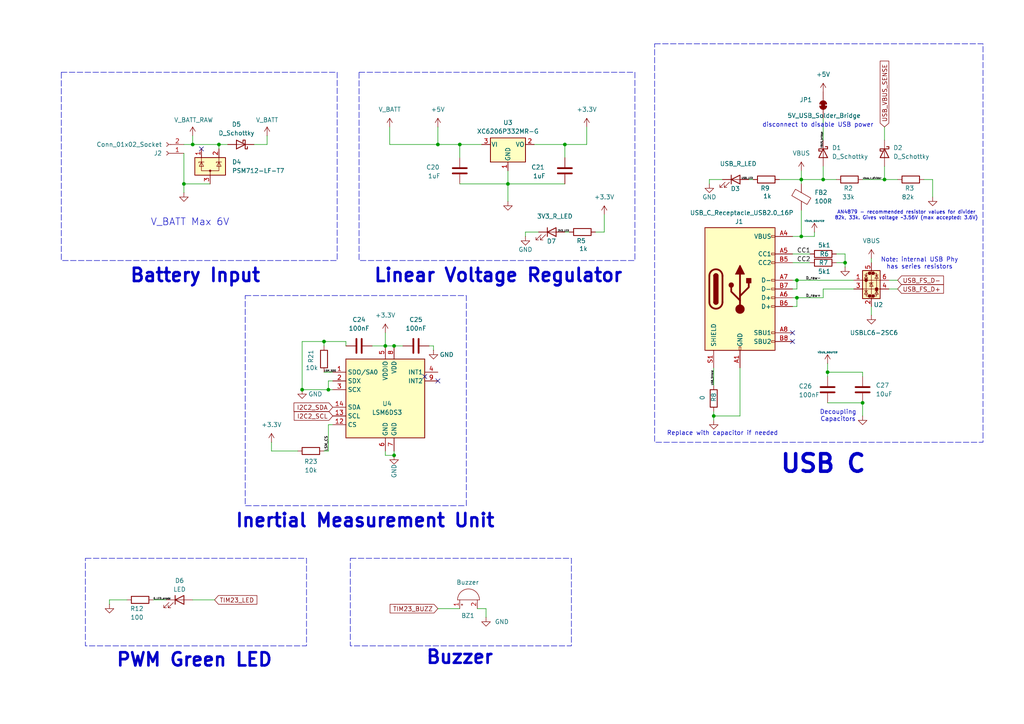
<source format=kicad_sch>
(kicad_sch (version 20231120) (generator "eeschema") (generator_version "8.0")
  (paper "A4")
  (lib_symbols
    (symbol "Connector:Conn_01x02_Socket" (pin_names (offset 1.016) hide)
      (property "Reference" "J" (at 0 2.54 0))
      (property "Value" "Conn_01x02_Socket" (at 0 -5.08 0))
      (symbol "Conn_01x02_Socket_1_1"
        (arc (start 0 -2.032) (mid -0.5058 -2.54) (end 0 -3.048) (stroke (width 0.1524)))
        (polyline (pts (xy -1.27 -2.54) (xy -0.508 -2.54)) (stroke (width 0.1524)))
        (polyline (pts (xy -1.27 0) (xy -0.508 0)) (stroke (width 0.1524)))
        (arc (start 0 0.508) (mid -0.5058 0) (end 0 -0.508) (stroke (width 0.1524)))
        (pin passive line (at -5.08 0 0) (length 3.81) (name "Pin_1") (number "1"))
        (pin passive line (at -5.08 -2.54 0) (length 3.81) (name "Pin_2") (number "2"))
      )
    )
    (symbol "Connector:USB_C_Receptacle_USB2.0_16P" (pin_names (offset 1.016))
      (property "Reference" "J" (at 0 22.225 0))
      (property "Value" "USB_C_Receptacle_USB2.0_16P" (at 0 19.685 0))
      (symbol "USB_C_Receptacle_USB2.0_16P_0_0"
        (rectangle (start -0.254 -17.78) (end 0.254 -16.764))
        (rectangle (start 10.16 -14.986) (end 9.144 -15.494))
        (rectangle (start 10.16 -12.446) (end 9.144 -12.954))
        (rectangle (start 10.16 -4.826) (end 9.144 -5.334))
        (rectangle (start 10.16 -2.286) (end 9.144 -2.794))
        (rectangle (start 10.16 0.254) (end 9.144 -0.254))
        (rectangle (start 10.16 2.794) (end 9.144 2.286))
        (rectangle (start 10.16 7.874) (end 9.144 7.366))
        (rectangle (start 10.16 10.414) (end 9.144 9.906))
        (rectangle (start 10.16 15.494) (end 9.144 14.986))
      )
      (symbol "USB_C_Receptacle_USB2.0_16P_0_1"
        (rectangle (start -10.16 17.78) (end 10.16 -17.78) (stroke (width 0.254)) (fill (type background)))
        (arc (start -8.89 -3.81) (mid -6.985 -5.7067) (end -5.08 -3.81) (stroke (width 0.508)))
        (arc (start -7.62 -3.81) (mid -6.985 -4.4423) (end -6.35 -3.81) (stroke (width 0.254)))
        (arc (start -7.62 -3.81) (mid -6.985 -4.4423) (end -6.35 -3.81) (stroke (width 0.254)) (fill (type outline)))
        (rectangle (start -7.62 -3.81) (end -6.35 3.81) (stroke (width 0.254)) (fill (type outline)))
        (arc (start -6.35 3.81) (mid -6.985 4.4423) (end -7.62 3.81) (stroke (width 0.254)))
        (arc (start -6.35 3.81) (mid -6.985 4.4423) (end -7.62 3.81) (stroke (width 0.254)) (fill (type outline)))
        (arc (start -5.08 3.81) (mid -6.985 5.7067) (end -8.89 3.81) (stroke (width 0.508)))
        (circle (center -2.54 1.143) (radius 0.635) (stroke (width 0.254)) (fill (type outline)))
        (circle (center 0 -5.842) (radius 1.27) (fill (type outline)))
        (polyline (pts (xy -8.89 -3.81) (xy -8.89 3.81)) (stroke (width 0.508)))
        (polyline (pts (xy -5.08 3.81) (xy -5.08 -3.81)) (stroke (width 0.508)))
        (polyline (pts (xy 0 -5.842) (xy 0 4.318)) (stroke (width 0.508)))
        (polyline (pts (xy 0 -3.302) (xy -2.54 -0.762) (xy -2.54 0.508)) (stroke (width 0.508)))
        (polyline (pts (xy 0 -2.032) (xy 2.54 0.508) (xy 2.54 1.778)) (stroke (width 0.508)))
        (polyline (pts (xy -1.27 4.318) (xy 0 6.858) (xy 1.27 4.318) (xy -1.27 4.318)) (stroke (width 0.254)) (fill (type outline)))
        (rectangle (start 1.905 1.778) (end 3.175 3.048) (stroke (width 0.254)) (fill (type outline)))
      )
      (symbol "USB_C_Receptacle_USB2.0_16P_1_1"
        (pin passive line (at 0 -22.86 90) (length 5.08) (name "GND") (number "A1"))
        (pin passive line (at 0 -22.86 90) (length 5.08) hide (name "GND") (number "A12"))
        (pin passive line (at 15.24 15.24 180) (length 5.08) (name "VBUS") (number "A4"))
        (pin bidirectional line (at 15.24 10.16 180) (length 5.08) (name "CC1") (number "A5"))
        (pin bidirectional line (at 15.24 -2.54 180) (length 5.08) (name "D+") (number "A6"))
        (pin bidirectional line (at 15.24 2.54 180) (length 5.08) (name "D-") (number "A7"))
        (pin bidirectional line (at 15.24 -12.7 180) (length 5.08) (name "SBU1") (number "A8"))
        (pin passive line (at 15.24 15.24 180) (length 5.08) hide (name "VBUS") (number "A9"))
        (pin passive line (at 0 -22.86 90) (length 5.08) hide (name "GND") (number "B1"))
        (pin passive line (at 0 -22.86 90) (length 5.08) hide (name "GND") (number "B12"))
        (pin passive line (at 15.24 15.24 180) (length 5.08) hide (name "VBUS") (number "B4"))
        (pin bidirectional line (at 15.24 7.62 180) (length 5.08) (name "CC2") (number "B5"))
        (pin bidirectional line (at 15.24 -5.08 180) (length 5.08) (name "D+") (number "B6"))
        (pin bidirectional line (at 15.24 0 180) (length 5.08) (name "D-") (number "B7"))
        (pin bidirectional line (at 15.24 -15.24 180) (length 5.08) (name "SBU2") (number "B8"))
        (pin passive line (at 15.24 15.24 180) (length 5.08) hide (name "VBUS") (number "B9"))
        (pin passive line (at -7.62 -22.86 90) (length 5.08) (name "SHIELD") (number "S1"))
      )
    )
    (symbol "Device:Buzzer" (pin_names (offset 0.0254) hide)
      (property "Reference" "BZ" (at 3.81 1.27 0))
      (property "Value" "Buzzer" (at 3.81 -1.27 0))
      (symbol "Buzzer_0_1"
        (arc (start 0 -3.175) (mid 3.1612 0) (end 0 3.175))
        (polyline (pts (xy -1.651 1.905) (xy -1.143 1.905)))
        (polyline (pts (xy -1.397 2.159) (xy -1.397 1.651)))
        (polyline (pts (xy 0 3.175) (xy 0 -3.175)))
      )
      (symbol "Buzzer_1_1"
        (pin passive line (at -2.54 2.54 0) (length 2.54) (name "-") (number "1"))
        (pin passive line (at -2.54 -2.54 0) (length 2.54) (name "+") (number "2"))
      )
    )
    (symbol "Device:C" (pin_numbers hide) (pin_names (offset 0.254))
      (property "Reference" "C" (at 0.635 2.54 0))
      (property "Value" "C" (at 0.635 -2.54 0))
      (symbol "C_0_1"
        (polyline (pts (xy -2.032 -0.762) (xy 2.032 -0.762)) (stroke (width 0.508)))
        (polyline (pts (xy -2.032 0.762) (xy 2.032 0.762)) (stroke (width 0.508)))
      )
      (symbol "C_1_1"
        (pin passive line (at 0 3.81 270) (length 2.794) (name "~") (number "1"))
        (pin passive line (at 0 -3.81 90) (length 2.794) (name "~") (number "2"))
      )
    )
    (symbol "Device:D_Schottky" (pin_numbers hide) (pin_names (offset 1.016) hide)
      (property "Reference" "D" (at 0 2.54 0))
      (property "Value" "D_Schottky" (at 0 -2.54 0))
      (symbol "D_Schottky_0_1"
        (polyline (pts (xy 1.27 0) (xy -1.27 0)))
        (polyline (pts (xy 1.27 1.27) (xy 1.27 -1.27) (xy -1.27 0) (xy 1.27 1.27)) (stroke (width 0.254)))
        (polyline (pts (xy -1.905 0.635) (xy -1.905 1.27) (xy -1.27 1.27) (xy -1.27 -1.27) (xy -0.635 -1.27) (xy -0.635 -0.635)) (stroke (width 0.254)))
      )
      (symbol "D_Schottky_1_1"
        (pin passive line (at -3.81 0 0) (length 2.54) (name "K") (number "1"))
        (pin passive line (at 3.81 0 180) (length 2.54) (name "A") (number "2"))
      )
    )
    (symbol "Device:FerriteBead" (pin_numbers hide) (pin_names (offset 0))
      (property "Reference" "FB" (at -3.81 0.635 90))
      (property "Value" "FerriteBead" (at 3.81 0 90))
      (symbol "FerriteBead_0_1"
        (polyline (pts (xy 0 -1.27) (xy 0 -1.2192)))
        (polyline (pts (xy 0 1.27) (xy 0 1.2954)))
        (polyline (pts (xy -2.7686 0.4064) (xy -1.7018 2.2606) (xy 2.7686 -0.3048) (xy 1.6764 -2.159) (xy -2.7686 0.4064)))
      )
      (symbol "FerriteBead_1_1"
        (pin passive line (at 0 3.81 270) (length 2.54) (name "~") (number "1"))
        (pin passive line (at 0 -3.81 90) (length 2.54) (name "~") (number "2"))
      )
    )
    (symbol "Device:LED" (pin_numbers hide) (pin_names (offset 1.016) hide)
      (property "Reference" "D" (at 0 2.54 0))
      (property "Value" "LED" (at 0 -2.54 0))
      (symbol "LED_0_1"
        (polyline (pts (xy -1.27 -1.27) (xy -1.27 1.27)) (stroke (width 0.254)))
        (polyline (pts (xy -1.27 0) (xy 1.27 0)))
        (polyline (pts (xy 1.27 -1.27) (xy 1.27 1.27) (xy -1.27 0) (xy 1.27 -1.27)) (stroke (width 0.254)))
        (polyline (pts (xy -3.048 -0.762) (xy -4.572 -2.286) (xy -3.81 -2.286) (xy -4.572 -2.286) (xy -4.572 -1.524)))
        (polyline (pts (xy -1.778 -0.762) (xy -3.302 -2.286) (xy -2.54 -2.286) (xy -3.302 -2.286) (xy -3.302 -1.524)))
      )
      (symbol "LED_1_1"
        (pin passive line (at -3.81 0 0) (length 2.54) (name "K") (number "1"))
        (pin passive line (at 3.81 0 180) (length 2.54) (name "A") (number "2"))
      )
    )
    (symbol "Device:R" (pin_numbers hide) (pin_names (offset 0))
      (property "Reference" "R" (at 2.032 0 90))
      (property "Value" "R" (at 0 0 90))
      (symbol "R_0_1"
        (rectangle (start -1.016 -2.54) (end 1.016 2.54) (stroke (width 0.254)))
      )
      (symbol "R_1_1"
        (pin passive line (at 0 3.81 270) (length 1.27) (name "~") (number "1"))
        (pin passive line (at 0 -3.81 90) (length 1.27) (name "~") (number "2"))
      )
    )
    (symbol "Jumper:SolderJumper_2_Bridged" (pin_numbers hide) (pin_names (offset 0) hide) (exclude_from_sim yes) (in_bom no)
      (property "Reference" "JP" (at 0 2.032 0))
      (property "Value" "SolderJumper_2_Bridged" (at 0 -2.54 0))
      (symbol "SolderJumper_2_Bridged_0_1"
        (rectangle (start -0.508 0.508) (end 0.508 -0.508) (fill (type outline)))
        (arc (start -0.254 1.016) (mid -1.2656 0) (end -0.254 -1.016))
        (arc (start -0.254 1.016) (mid -1.2656 0) (end -0.254 -1.016) (fill (type outline)))
        (polyline (pts (xy -0.254 1.016) (xy -0.254 -1.016)))
        (polyline (pts (xy 0.254 1.016) (xy 0.254 -1.016)))
        (arc (start 0.254 -1.016) (mid 1.2656 0) (end 0.254 1.016))
        (arc (start 0.254 -1.016) (mid 1.2656 0) (end 0.254 1.016) (fill (type outline)))
      )
      (symbol "SolderJumper_2_Bridged_1_1"
        (pin passive line (at -3.81 0 0) (length 2.54) (name "A") (number "1"))
        (pin passive line (at 3.81 0 180) (length 2.54) (name "B") (number "2"))
      )
    )
    (symbol "Power_Protection:ESDA5V3L" (pin_names hide)
      (property "Reference" "D" (at 5.715 2.54 0))
      (property "Value" "ESDA5V3L" (at 5.715 0.635 0))
      (symbol "ESDA5V3L_0_0"
        (pin passive line (at 0 -5.08 90) (length 2.54) (name "A") (number "3"))
      )
      (symbol "ESDA5V3L_0_1"
        (rectangle (start -4.445 2.54) (end 4.445 -2.54) (stroke (width 0.254)) (fill (type background)))
        (circle (center 0 -1.27) (radius 0.254) (fill (type outline)))
        (polyline (pts (xy -2.54 2.54) (xy -2.54 1.27)))
        (polyline (pts (xy 0 -1.27) (xy 0 -2.54)))
        (polyline (pts (xy 2.54 2.54) (xy 2.54 1.27)))
        (polyline (pts (xy -3.302 1.016) (xy -3.302 1.27) (xy -1.905 1.27) (xy -1.778 1.27)))
        (polyline (pts (xy -2.54 1.27) (xy -2.54 -1.27) (xy 2.54 -1.27) (xy 2.54 1.27)))
        (polyline (pts (xy -2.54 1.27) (xy -1.905 0) (xy -3.175 0) (xy -2.54 1.27)))
        (polyline (pts (xy 1.778 1.016) (xy 1.778 1.27) (xy 3.175 1.27) (xy 3.302 1.27)))
        (polyline (pts (xy 2.54 1.27) (xy 1.905 0) (xy 3.175 0) (xy 2.54 1.27)))
      )
      (symbol "ESDA5V3L_1_1"
        (pin passive line (at -2.54 5.08 270) (length 2.54) (name "K") (number "1"))
        (pin passive line (at 2.54 5.08 270) (length 2.54) (name "K") (number "2"))
      )
    )
    (symbol "Power_Protection:USBLC6-2SC6" (pin_names hide)
      (property "Reference" "U" (at 0.635 5.715 0))
      (property "Value" "USBLC6-2SC6" (at 0.635 3.81 0))
      (symbol "USBLC6-2SC6_0_0"
        (circle (center -1.524 0) (radius 0.0001) (stroke (width 0.508)))
        (circle (center -0.508 -4.572) (radius 0.0001) (stroke (width 0.508)))
        (circle (center -0.508 2.032) (radius 0.0001) (stroke (width 0.508)))
        (circle (center 0.508 -4.572) (radius 0.0001) (stroke (width 0.508)))
        (circle (center 0.508 2.032) (radius 0.0001) (stroke (width 0.508)))
        (circle (center 1.524 -2.54) (radius 0.0001) (stroke (width 0.508)))
      )
      (symbol "USBLC6-2SC6_0_1"
        (polyline (pts (xy -2.54 -2.54) (xy 2.54 -2.54)))
        (polyline (pts (xy -2.54 0) (xy 2.54 0)))
        (polyline (pts (xy -2.032 -3.048) (xy -1.016 -3.048)))
        (polyline (pts (xy -1.016 1.524) (xy -2.032 1.524)))
        (polyline (pts (xy 1.016 -3.048) (xy 2.032 -3.048)))
        (polyline (pts (xy 1.016 1.524) (xy 2.032 1.524)))
        (polyline (pts (xy -0.508 -1.143) (xy -0.508 -0.762) (xy 0.508 -0.762)))
        (polyline (pts (xy -2.032 0.508) (xy -1.016 0.508) (xy -1.524 1.524) (xy -2.032 0.508)))
        (polyline (pts (xy -1.016 -4.064) (xy -2.032 -4.064) (xy -1.524 -3.048) (xy -1.016 -4.064)))
        (polyline (pts (xy 0.508 -1.778) (xy -0.508 -1.778) (xy 0 -0.762) (xy 0.508 -1.778)))
        (polyline (pts (xy 2.032 -4.064) (xy 1.016 -4.064) (xy 1.524 -3.048) (xy 2.032 -4.064)))
        (polyline (pts (xy 2.032 0.508) (xy 1.016 0.508) (xy 1.524 1.524) (xy 2.032 0.508)))
        (polyline (pts (xy 0 2.54) (xy -0.508 2.032) (xy 0.508 2.032) (xy 0 1.524) (xy 0 -4.064) (xy -0.508 -4.572) (xy 0.508 -4.572) (xy 0 -5.08)))
      )
      (symbol "USBLC6-2SC6_1_1"
        (rectangle (start -2.54 2.794) (end 2.54 -5.334) (stroke (width 0.254)) (fill (type background)))
        (polyline (pts (xy -0.508 2.032) (xy -1.524 2.032) (xy -1.524 -4.572) (xy -0.508 -4.572)))
        (polyline (pts (xy 0.508 -4.572) (xy 1.524 -4.572) (xy 1.524 2.032) (xy 0.508 2.032)))
        (pin passive line (at -5.08 0 0) (length 2.54) (name "I/O1") (number "1"))
        (pin passive line (at 0 -7.62 90) (length 2.54) (name "GND") (number "2"))
        (pin passive line (at -5.08 -2.54 0) (length 2.54) (name "I/O2") (number "3"))
        (pin passive line (at 5.08 -2.54 180) (length 2.54) (name "I/O2") (number "4"))
        (pin passive line (at 0 5.08 270) (length 2.54) (name "VBUS") (number "5"))
        (pin passive line (at 5.08 0 180) (length 2.54) (name "I/O1") (number "6"))
      )
    )
    (symbol "Regulator_Linear:XC6206PxxxMR" (pin_names (offset 0.254))
      (property "Reference" "U" (at -3.81 3.175 0))
      (property "Value" "XC6206PxxxMR" (at 0 3.175 0))
      (symbol "XC6206PxxxMR_0_1"
        (rectangle (start -5.08 1.905) (end 5.08 -5.08) (stroke (width 0.254)) (fill (type background)))
      )
      (symbol "XC6206PxxxMR_1_1"
        (pin power_in line (at 0 -7.62 90) (length 2.54) (name "GND") (number "1"))
        (pin power_out line (at 7.62 0 180) (length 2.54) (name "VO") (number "2"))
        (pin power_in line (at -7.62 0 0) (length 2.54) (name "VI") (number "3"))
      )
    )
    (symbol "Sensor_Motion:LSM6DS3"
      (property "Reference" "U" (at -11.43 15.24 0))
      (property "Value" "LSM6DS3" (at -11.43 12.7 0))
      (symbol "LSM6DS3_0_1"
        (rectangle (start 11.43 11.43) (end -11.43 -11.43) (stroke (width 0.254)) (fill (type background)))
      )
      (symbol "LSM6DS3_1_1"
        (pin bidirectional line (at -15.24 7.62 0) (length 3.81) (name "SDO/SA0") (number "1"))
        (pin no_connect line (at 10.16 -5.08 180) (length 3.81) hide (name "NC") (number "10"))
        (pin no_connect line (at 10.16 -2.54 180) (length 3.81) hide (name "NC") (number "11"))
        (pin input line (at -15.24 -7.62 0) (length 3.81) (name "CS") (number "12"))
        (pin input line (at -15.24 -5.08 0) (length 3.81) (name "SCL") (number "13"))
        (pin bidirectional line (at -15.24 -2.54 0) (length 3.81) (name "SDA") (number "14"))
        (pin bidirectional line (at -15.24 5.08 0) (length 3.81) (name "SDX") (number "2"))
        (pin input line (at -15.24 2.54 0) (length 3.81) (name "SCX") (number "3"))
        (pin output line (at 15.24 7.62 180) (length 3.81) (name "INT1") (number "4"))
        (pin power_in line (at 0 15.24 270) (length 3.81) (name "VDDIO") (number "5"))
        (pin power_in line (at 0 -15.24 90) (length 3.81) (name "GND") (number "6"))
        (pin power_in line (at 2.54 -15.24 90) (length 3.81) (name "GND") (number "7"))
        (pin power_in line (at 2.54 15.24 270) (length 3.81) (name "VDD") (number "8"))
        (pin output line (at 15.24 5.08 180) (length 3.81) (name "INT2") (number "9"))
      )
    )
    (symbol "power:+3.3V" (power) (pin_numbers hide) (pin_names (offset 0) hide)
      (property "Value" "+3.3V" (at 0 3.556 0))
      (symbol "+3.3V_0_1"
        (polyline (pts (xy -0.762 1.27) (xy 0 2.54)))
        (polyline (pts (xy 0 0) (xy 0 2.54)))
        (polyline (pts (xy 0 2.54) (xy 0.762 1.27)))
      )
      (symbol "+3.3V_1_1"
        (pin power_in line (at 0 0 90) (length 0) (name "~") (number "1"))
      )
    )
    (symbol "power:+5V" (power) (pin_numbers hide) (pin_names (offset 0) hide)
      (property "Value" "+5V" (at 0 3.556 0))
      (symbol "+5V_0_1"
        (polyline (pts (xy -0.762 1.27) (xy 0 2.54)))
        (polyline (pts (xy 0 0) (xy 0 2.54)))
        (polyline (pts (xy 0 2.54) (xy 0.762 1.27)))
      )
      (symbol "+5V_1_1"
        (pin power_in line (at 0 0 90) (length 0) (name "~") (number "1"))
      )
    )
    (symbol "power:GND" (power) (pin_numbers hide) (pin_names (offset 0) hide)
      (property "Value" "GND" (at 0 -3.81 0))
      (symbol "GND_0_1"
        (polyline (pts (xy 0 0) (xy 0 -1.27) (xy 1.27 -1.27) (xy 0 -2.54) (xy -1.27 -1.27) (xy 0 -1.27)))
      )
      (symbol "GND_1_1"
        (pin power_in line (at 0 0 270) (length 0) (name "~") (number "1"))
      )
    )
  )
  (junction (at 63.5 41.91))
  (junction (at 55.88 41.91))
  (junction (at 114.3 132.08))
  (junction (at 245.11 76.2))
  (junction (at 207.01 120.65))
  (junction (at 133.35 41.91))
  (junction (at 87.63 113.03))
  (junction (at 231.14 86.36))
  (junction (at 53.34 53.34))
  (junction (at 232.41 68.58))
  (junction (at 95.25 113.03))
  (junction (at 111.76 100.33))
  (junction (at 250.19 116.84))
  (junction (at 238.76 52.07))
  (junction (at 114.3 100.33))
  (junction (at 127 41.91))
  (junction (at 93.98 99.06))
  (junction (at 231.14 81.28))
  (junction (at 256.54 52.07))
  (junction (at 163.83 41.91))
  (junction (at 147.32 53.34))
  (junction (at 232.41 52.07))
  (junction (at 240.03 107.95))
  (no_connect (at 123.19 109.22))
  (no_connect (at 229.87 96.52))
  (no_connect (at 127 110.49))
  (no_connect (at 229.87 99.06))
  (no_connect (at 58.42 43.18))
  (wire (pts (xy 236.22 67.31) (xy 236.22 68.58)))
  (wire (pts (xy 111.76 130.81) (xy 111.76 132.08)))
  (wire (pts (xy 63.5 41.91) (xy 63.5 43.18)))
  (wire (pts (xy 133.35 41.91) (xy 127 41.91)))
  (wire (pts (xy 55.88 41.91) (xy 63.5 41.91)))
  (wire (pts (xy 87.63 113.03) (xy 95.25 113.03)))
  (wire (pts (xy 172.72 67.31) (xy 175.26 67.31)))
  (wire (pts (xy 232.41 49.53) (xy 232.41 52.07)))
  (wire (pts (xy 270.51 52.07) (xy 270.51 57.15)))
  (wire (pts (xy 95.25 113.03) (xy 96.52 113.03)))
  (wire (pts (xy 242.57 73.66) (xy 245.11 73.66)))
  (wire (pts (xy 240.03 107.95) (xy 240.03 109.22)))
  (wire (pts (xy 231.14 86.36) (xy 229.87 86.36)))
  (wire (pts (xy 53.34 41.91) (xy 55.88 41.91)))
  (wire (pts (xy 256.54 52.07) (xy 260.35 52.07)))
  (wire (pts (xy 260.35 81.28) (xy 257.81 81.28)))
  (wire (pts (xy 53.34 53.34) (xy 60.96 53.34)))
  (wire (pts (xy 238.76 48.26) (xy 238.76 52.07)))
  (wire (pts (xy 175.26 62.23) (xy 175.26 67.31)))
  (wire (pts (xy 231.14 81.28) (xy 229.87 81.28)))
  (wire (pts (xy 63.5 41.91) (xy 66.04 41.91)))
  (wire (pts (xy 229.87 83.82) (xy 231.14 83.82)))
  (wire (pts (xy 207.01 106.68) (xy 207.01 111.76)))
  (wire (pts (xy 95.25 110.49) (xy 95.25 113.03)))
  (wire (pts (xy 93.98 99.06) (xy 93.98 100.33)))
  (wire (pts (xy 55.88 39.37) (xy 55.88 41.91)))
  (wire (pts (xy 231.14 81.28) (xy 247.65 81.28)))
  (wire (pts (xy 133.35 53.34) (xy 147.32 53.34)))
  (wire (pts (xy 232.41 52.07) (xy 238.76 52.07)))
  (wire (pts (xy 44.45 173.99) (xy 48.26 173.99)))
  (wire (pts (xy 87.63 113.03) (xy 87.63 99.06)))
  (wire (pts (xy 133.35 41.91) (xy 133.35 45.72)))
  (wire (pts (xy 152.4 67.31) (xy 152.4 68.58)))
  (wire (pts (xy 245.11 73.66) (xy 245.11 76.2)))
  (wire (pts (xy 93.98 107.95) (xy 96.52 107.95)))
  (wire (pts (xy 78.74 130.81) (xy 78.74 128.27)))
  (wire (pts (xy 73.66 41.91) (xy 77.47 41.91)))
  (wire (pts (xy 125.73 100.33) (xy 125.73 101.6)))
  (wire (pts (xy 77.47 41.91) (xy 77.47 39.37)))
  (wire (pts (xy 163.83 67.31) (xy 165.1 67.31)))
  (wire (pts (xy 31.75 173.99) (xy 36.83 173.99)))
  (wire (pts (xy 232.41 52.07) (xy 232.41 53.34)))
  (wire (pts (xy 116.84 100.33) (xy 114.3 100.33)))
  (wire (pts (xy 207.01 119.38) (xy 207.01 120.65)))
  (wire (pts (xy 140.97 179.07) (xy 140.97 176.53)))
  (wire (pts (xy 217.17 52.07) (xy 218.44 52.07)))
  (wire (pts (xy 95.25 123.19) (xy 96.52 123.19)))
  (wire (pts (xy 238.76 86.36) (xy 238.76 83.82)))
  (wire (pts (xy 100.33 99.06) (xy 100.33 100.33)))
  (wire (pts (xy 87.63 99.06) (xy 93.98 99.06)))
  (wire (pts (xy 260.35 83.82) (xy 257.81 83.82)))
  (wire (pts (xy 245.11 76.2) (xy 242.57 76.2)))
  (wire (pts (xy 232.41 60.96) (xy 232.41 68.58)))
  (wire (pts (xy 238.76 52.07) (xy 242.57 52.07)))
  (wire (pts (xy 252.73 74.93) (xy 252.73 76.2)))
  (wire (pts (xy 270.51 52.07) (xy 267.97 52.07)))
  (wire (pts (xy 214.63 106.68) (xy 214.63 120.65)))
  (wire (pts (xy 31.75 173.99) (xy 31.75 175.26)))
  (wire (pts (xy 53.34 53.34) (xy 53.34 55.88)))
  (wire (pts (xy 163.83 41.91) (xy 170.18 41.91)))
  (wire (pts (xy 113.03 41.91) (xy 127 41.91)))
  (wire (pts (xy 240.03 105.41) (xy 240.03 107.95)))
  (wire (pts (xy 139.7 41.91) (xy 133.35 41.91)))
  (wire (pts (xy 107.95 100.33) (xy 111.76 100.33)))
  (wire (pts (xy 252.73 88.9) (xy 252.73 91.44)))
  (wire (pts (xy 238.76 34.29) (xy 238.76 40.64)))
  (wire (pts (xy 147.32 49.53) (xy 147.32 53.34)))
  (wire (pts (xy 114.3 130.81) (xy 114.3 132.08)))
  (wire (pts (xy 140.97 176.53) (xy 138.43 176.53)))
  (wire (pts (xy 250.19 116.84) (xy 250.19 120.65)))
  (wire (pts (xy 209.55 52.07) (xy 205.74 52.07)))
  (wire (pts (xy 256.54 36.83) (xy 256.54 40.64)))
  (wire (pts (xy 95.25 110.49) (xy 96.52 110.49)))
  (wire (pts (xy 229.87 73.66) (xy 234.95 73.66)))
  (wire (pts (xy 125.73 100.33) (xy 124.46 100.33)))
  (wire (pts (xy 95.25 130.81) (xy 95.25 123.19)))
  (wire (pts (xy 147.32 53.34) (xy 147.32 58.42)))
  (wire (pts (xy 240.03 107.95) (xy 250.19 107.95)))
  (wire (pts (xy 111.76 100.33) (xy 114.3 100.33)))
  (wire (pts (xy 163.83 41.91) (xy 163.83 45.72)))
  (wire (pts (xy 229.87 88.9) (xy 231.14 88.9)))
  (wire (pts (xy 147.32 53.34) (xy 163.83 53.34)))
  (wire (pts (xy 250.19 107.95) (xy 250.19 109.22)))
  (wire (pts (xy 205.74 52.07) (xy 205.74 53.34)))
  (wire (pts (xy 207.01 120.65) (xy 214.63 120.65)))
  (wire (pts (xy 154.94 41.91) (xy 163.83 41.91)))
  (wire (pts (xy 93.98 99.06) (xy 100.33 99.06)))
  (wire (pts (xy 156.21 67.31) (xy 152.4 67.31)))
  (wire (pts (xy 231.14 86.36) (xy 238.76 86.36)))
  (wire (pts (xy 226.06 52.07) (xy 232.41 52.07)))
  (wire (pts (xy 62.23 173.99) (xy 55.88 173.99)))
  (wire (pts (xy 256.54 48.26) (xy 256.54 52.07)))
  (wire (pts (xy 111.76 132.08) (xy 114.3 132.08)))
  (wire (pts (xy 93.98 130.81) (xy 95.25 130.81)))
  (wire (pts (xy 86.36 130.81) (xy 78.74 130.81)))
  (wire (pts (xy 229.87 68.58) (xy 232.41 68.58)))
  (wire (pts (xy 53.34 44.45) (xy 53.34 53.34)))
  (wire (pts (xy 127 176.53) (xy 133.35 176.53)))
  (wire (pts (xy 229.87 76.2) (xy 234.95 76.2)))
  (wire (pts (xy 127 36.83) (xy 127 41.91)))
  (wire (pts (xy 238.76 83.82) (xy 247.65 83.82)))
  (wire (pts (xy 207.01 120.65) (xy 207.01 121.92)))
  (wire (pts (xy 250.19 52.07) (xy 256.54 52.07)))
  (wire (pts (xy 111.76 96.52) (xy 111.76 100.33)))
  (wire (pts (xy 231.14 83.82) (xy 231.14 81.28)))
  (wire (pts (xy 232.41 68.58) (xy 236.22 68.58)))
  (wire (pts (xy 170.18 36.83) (xy 170.18 41.91)))
  (wire (pts (xy 245.11 77.47) (xy 245.11 76.2)))
  (wire (pts (xy 240.03 116.84) (xy 250.19 116.84)))
  (wire (pts (xy 231.14 88.9) (xy 231.14 86.36)))
  (wire (pts (xy 113.03 36.83) (xy 113.03 41.91)))
  (rectangle (start 17.78 20.955) (end 97.79 75.565) (stroke (width 0) (type dash)))
  (rectangle (start 101.6 161.925) (end 165.735 187.325) (stroke (width 0) (type dash)))
  (rectangle (start 24.765 161.925) (end 88.9 187.325) (stroke (width 0) (type dash)))
  (rectangle (start 104.14 20.955) (end 184.15 75.565) (stroke (width 0) (type dash)))
  (rectangle (start 71.12 85.725) (end 135.255 146.685) (stroke (width 0) (type dash)))
  (rectangle (start 189.865 12.7) (end 285.115 128.27) (stroke (width 0) (type dash)))
  (text "PWM Green LED" (at 56.388 191.516 0) (effects (font (size 3.81 3.81) (thickness 0.762) (bold yes))))
  (text "Battery Input" (at 56.642 80.01 0) (effects (font (size 3.81 3.81) (thickness 0.762) (bold yes))))
  (text "V_BATT Max 6V" (at 55.118 64.516 0) (effects (font (size 2.032 2.032))))
  (text "Linear Voltage Regulator" (at 144.526 80.01 0) (effects (font (size 3.81 3.81) (thickness 0.762) (bold yes))))
  (text "Replace with capacitor if needed" (at 209.55 125.73 0) (effects (font (size 1.27 1.27))))
  (text "AN4879 - recommended resistor values for divider\n82k, 33k. Gives voltage ~3.56V (max accepted: 3.6V)" (at 262.89 62.484 0) (effects (font (size 1.016 1.016))))
  (text "Decoupling\nCapacitors" (at 243.078 120.65 0) (effects (font (size 1.27 1.27))))
  (text "Buzzer" (at 133.35 190.754 0) (effects (font (size 3.81 3.81) (thickness 0.762) (bold yes))))
  (text "disconnect to disable USB power" (at 237.236 36.322 0) (effects (font (size 1.27 1.27))))
  (text "Inertial Measurement Unit" (at 105.918 151.13 0) (effects (font (size 3.81 3.81) (thickness 0.762) (bold yes))))
  (text "Note: internal USB Phy\nhas series resistors" (at 266.7 76.454 0) (effects (font (size 1.27 1.27))))
  (text "USB C" (at 238.76 134.62 0) (effects (font (size 5.08 5.08) (thickness 1.016) (bold yes))))
  (label "G_LED_anode" (at 44.45 173.99 0) (effects (font (size 0.508 0.508))))
  (label "USB_Shield" (at 207.01 111.76 90) (effects (font (size 0.508 0.508))))
  (label "3V3_LED" (at 165.1 67.31 180) (effects (font (size 0.508 0.508))))
  (label "CC2" (at 231.14 76.2 0))
  (label "VBUS_bridge" (at 238.76 38.1 270) (effects (font (size 0.508 0.508))))
  (label "USB_LED" (at 218.44 52.07 180) (effects (font (size 0.508 0.508))))
  (label "vbus_r_divider" (at 250.19 52.07 0) (effects (font (size 0.508 0.508))))
  (label "LSM_CS" (at 95.25 130.81 90) (effects (font (size 0.762 0.762))))
  (label "CC1" (at 231.14 73.66 0))
  (label "D_raw-" (at 233.68 81.28 0) (effects (font (size 0.762 0.762))))
  (label "D_raw+" (at 233.68 86.36 0) (effects (font (size 0.762 0.762))))
  (label "LSM_SDO" (at 93.98 107.95 0) (effects (font (size 0.508 0.508))))
  (global_label "I2C2_SCL" (shape input) (at 96.52 120.65 180) (property "Intersheetrefs" "${INTERSHEET_REFS}" (effects (hide yes))))
  (global_label "USB_VBUS_SENSE" (shape input) (at 256.54 36.83 90) (property "Intersheetrefs" "${INTERSHEET_REFS}" (effects (hide yes))))
  (global_label "USB_FS_D+" (shape input) (at 260.35 83.82 0) (property "Intersheetrefs" "${INTERSHEET_REFS}" (effects (hide yes))))
  (global_label "I2C2_SDA" (shape input) (at 96.52 118.11 180) (property "Intersheetrefs" "${INTERSHEET_REFS}" (effects (hide yes))))
  (global_label "USB_FS_D-" (shape input) (at 260.35 81.28 0) (property "Intersheetrefs" "${INTERSHEET_REFS}" (effects (hide yes))))
  (global_label "TIM23_BUZZ" (shape input) (at 127 176.53 180) (property "Intersheetrefs" "${INTERSHEET_REFS}" (effects (hide yes))))
  (global_label "TIM23_LED" (shape input) (at 62.23 173.99 0) (property "Intersheetrefs" "${INTERSHEET_REFS}" (effects (hide yes))))
  (symbol (lib_id "Device:R") (at 207.01 115.57 0) (unit 1)
    (property "Reference" "R8" (at 207.01 116.586 90) (effects (justify left)))
    (property "Value" "0" (at 203.708 116.078 90) (effects (justify left)))
    (property "Footprint" "Resistor_SMD:R_0603_1608Metric" (effects (hide yes)))
    (property "Description" "Resistor" (effects (hide yes)))
    (property "LCSC PN" "C21189" (effects (hide yes)))
  )
  (symbol (lib_id "power:GND") (at 205.74 53.34 0) (unit 1)
    (property "Reference" "#PWR31" (effects (hide yes)))
    (property "Value" "GND" (at 205.74 57.15 0))
  )
  (symbol (lib_id "Device:R") (at 264.16 52.07 90) (unit 1)
    (property "Reference" "R3" (at 265.176 54.61 90) (effects (justify left)))
    (property "Value" "82k" (at 265.176 57.15 90) (effects (justify left)))
    (property "Footprint" "Resistor_SMD:R_0603_1608Metric" (effects (hide yes)))
    (property "Description" "Resistor" (effects (hide yes)))
    (property "LCSC PN" "C23254" (effects (hide yes)))
  )
  (symbol (lib_id "Device:R") (at 90.17 130.81 90) (unit 1)
    (property "Reference" "R23" (at 90.17 133.858 90))
    (property "Value" "10k" (at 90.17 136.398 90))
    (property "Footprint" "Resistor_SMD:R_0402_1005Metric" (effects (hide yes)))
    (property "Description" "Resistor" (effects (hide yes)))
    (property "LCSC PN" "C25744" (effects (hide yes)))
  )
  (symbol (lib_id "power:GND") (at 147.32 58.42 0) (unit 1)
    (property "Reference" "#PWR36" (effects (hide yes)))
    (property "Value" "GND" (effects (hide yes)))
    (property "Description" "Power symbol creates a global label with name \"GND\" , ground" (effects (hide yes)))
  )
  (symbol (lib_id "Device:C") (at 133.35 49.53 180) (unit 1)
    (property "Reference" "C20" (at 127.508 48.514 0) (effects (justify left)))
    (property "Value" "1uF" (at 127.762 51.054 0) (effects (justify left)))
    (property "Footprint" "Capacitor_SMD:C_0402_1005Metric" (effects (hide yes)))
    (property "Description" "Unpolarized capacitor" (effects (hide yes)))
    (property "LCSC PN" "C52923" (effects (hide yes)))
  )
  (symbol (lib_id "Device:FerriteBead") (at 232.41 57.15 0) (unit 1)
    (property "Reference" "FB2" (at 236.22 55.8291 0) (effects (justify left)))
    (property "Value" "100R" (at 236.22 58.3691 0) (effects (justify left)))
    (property "Footprint" "Resistor_SMD:R_0805_2012Metric" (effects (hide yes)))
    (property "Description" "Ferrite bead" (effects (hide yes)))
    (property "LCSC PN" "C1015" (effects (hide yes)))
  )
  (symbol (lib_id "Device:R") (at 40.64 173.99 90) (unit 1)
    (property "Reference" "R12" (at 41.656 176.53 90) (effects (justify left)))
    (property "Value" "100" (at 41.656 179.07 90) (effects (justify left)))
    (property "Footprint" "Resistor_SMD:R_0402_1005Metric" (effects (hide yes)))
    (property "Description" "Resistor" (effects (hide yes)))
    (property "LCSC PN" "C25076" (effects (hide yes)))
  )
  (symbol (lib_id "Device:D_Schottky") (at 256.54 44.45 270) (unit 1)
    (property "Reference" "D2" (at 259.08 42.8624 90) (effects (justify left)))
    (property "Value" "D_Schottky" (at 259.08 45.4024 90) (effects (justify left)))
    (property "Footprint" "Diode_SMD:D_SOD-323" (effects (hide yes)))
    (property "Description" "Schottky diode" (effects (hide yes)))
    (property "LCSC PN" "C191023" (effects (hide yes)))
  )
  (symbol (lib_id "Device:R") (at 168.91 67.31 90) (unit 1)
    (property "Reference" "R5" (at 169.926 69.85 90) (effects (justify left)))
    (property "Value" "1k" (at 170.434 72.136 90) (effects (justify left)))
    (property "Footprint" "Resistor_SMD:R_0603_1608Metric" (effects (hide yes)))
    (property "Description" "Resistor" (effects (hide yes)))
    (property "LCSC PN" "C21190" (effects (hide yes)))
  )
  (symbol (lib_id "power:+3.3V") (at 78.74 128.27 0) (unit 1)
    (property "Reference" "#PWR63" (effects (hide yes)))
    (property "Value" "+3.3V" (at 78.74 123.19 0))
    (property "Description" "Power symbol creates a global label with name \"+3.3V\"" (effects (hide yes)))
  )
  (symbol (lib_id "power:GND") (at 250.19 120.65 0) (unit 1)
    (property "Reference" "#PWR33" (effects (hide yes)))
    (property "Value" "GND" (effects (hide yes)))
    (property "Description" "Power symbol creates a global label with name \"GND\" , ground" (effects (hide yes)))
  )
  (symbol (lib_id "Power_Protection:ESDA5V3L") (at 60.96 48.26 0) (unit 1)
    (property "Reference" "D4" (at 67.31 46.9899 0) (effects (justify left)))
    (property "Value" "PSM712-LF-T7" (at 67.31 49.5299 0) (effects (justify left)))
    (property "Footprint" "Package_TO_SOT_SMD:SOT-23-3" (effects (hide yes)))
    (property "Description" "19V 13.3V 12V SOT-23 ESD and Surge Protection (TVS/ESD) ROHS" (effects (hide yes)))
    (property "LCSC PN" "C32677" (effects (hide yes)))
  )
  (symbol (lib_id "Device:R") (at 238.76 73.66 270) (unit 1)
    (property "Reference" "R6" (at 237.744 73.66 90) (effects (justify left)))
    (property "Value" "5k1" (at 237.236 78.74 90) (effects (justify left)))
    (property "Footprint" "Resistor_SMD:R_0603_1608Metric" (effects (hide yes)))
    (property "Description" "Resistor" (effects (hide yes)))
    (property "LCSC PN" "C23186" (effects (hide yes)))
  )
  (symbol (lib_id "power:+3.3V") (at 170.18 36.83 0) (unit 1)
    (property "Reference" "#PWR58" (effects (hide yes)))
    (property "Value" "+3.3V" (at 170.18 31.75 0))
    (property "Description" "Power symbol creates a global label with name \"+3.3V\"" (effects (hide yes)))
  )
  (symbol (lib_id "power:GND") (at 252.73 91.44 0) (unit 1)
    (property "Reference" "#PWR28" (effects (hide yes)))
    (property "Value" "GND" (effects (hide yes)))
    (property "Description" "Power symbol creates a global label with name \"GND\" , ground" (effects (hide yes)))
  )
  (symbol (lib_id "power:+5V") (at 252.73 74.93 0) (unit 1)
    (property "Reference" "#PWR30" (effects (hide yes)))
    (property "Value" "VBUS" (at 252.73 69.85 0))
    (property "Description" "Power symbol creates a global label with name \"+5V\"" (effects (hide yes)))
  )
  (symbol (lib_id "Device:C") (at 120.65 100.33 90) (unit 1)
    (property "Reference" "C25" (at 120.65 92.71 90))
    (property "Value" "100nF" (at 120.65 95.25 90))
    (property "Footprint" "Capacitor_SMD:C_0402_1005Metric" (effects (hide yes)))
    (property "Description" "Unpolarized capacitor" (effects (hide yes)))
    (property "LCSC PN" "C1525" (effects (hide yes)))
  )
  (symbol (lib_id "power:GND") (at 207.01 121.92 0) (unit 1)
    (property "Reference" "#PWR26" (effects (hide yes)))
    (property "Value" "GND" (effects (hide yes)))
    (property "Description" "Power symbol creates a global label with name \"GND\" , ground" (effects (hide yes)))
  )
  (symbol (lib_id "Jumper:SolderJumper_2_Bridged") (at 238.76 30.48 90) (unit 1) (exclude_from_sim yes) (in_bom no)
    (property "Reference" "JP1" (at 231.902 28.956 90) (effects (justify right)))
    (property "Value" "5V_USB_Solder_Bridge" (at 228.346 33.528 90) (effects (justify right)))
    (property "Footprint" "Jumper:SolderJumper-2_P1.3mm_Bridged_RoundedPad1.0x1.5mm" (effects (hide yes)))
    (property "Description" "Solder Jumper, 2-pole, closed/bridged" (effects (hide yes)))
  )
  (symbol (lib_id "power:+3.3V") (at 175.26 62.23 0) (unit 1)
    (property "Reference" "#PWR59" (effects (hide yes)))
    (property "Value" "+3.3V" (at 175.26 57.15 0))
    (property "Description" "Power symbol creates a global label with name \"+3.3V\"" (effects (hide yes)))
  )
  (symbol (lib_id "power:GND") (at 245.11 77.47 0) (unit 1)
    (property "Reference" "#PWR25" (effects (hide yes)))
    (property "Value" "GND" (effects (hide yes)))
    (property "Description" "Power symbol creates a global label with name \"GND\" , ground" (effects (hide yes)))
  )
  (symbol (lib_id "Sensor_Motion:LSM6DS3") (at 111.76 115.57 0) (unit 1)
    (property "Reference" "U4" (at 112.268 117.094 0))
    (property "Value" "LSM6DS3" (at 112.268 119.634 0))
    (property "Footprint" "Package_LGA:LGA-14_3x2.5mm_P0.5mm_LayoutBorder3x4y" (effects (hide yes)))
    (property "Datasheet" "www.st.com/resource/en/datasheet/lsm6ds3.pdf" (effects (hide yes)))
    (property "LCSC" "C126672" (effects (hide yes)))
  )
  (symbol (lib_id "power:GND") (at 125.73 101.6 0) (unit 1)
    (property "Reference" "#PWR62" (effects (hide yes)))
    (property "Value" "GND" (at 127.508 102.87 0) (effects (justify left)))
  )
  (symbol (lib_id "power:+5V") (at 127 36.83 0) (unit 1)
    (property "Reference" "#PWR35" (effects (hide yes)))
    (property "Value" "+5V" (at 127 31.75 0))
    (property "Description" "Power symbol creates a global label with name \"+5V\"" (effects (hide yes)))
  )
  (symbol (lib_id "Device:R") (at 93.98 104.14 180) (unit 1)
    (property "Reference" "R21" (at 90.17 103.378 90))
    (property "Value" "10k" (at 90.424 106.68 0))
    (property "Footprint" "Resistor_SMD:R_0402_1005Metric" (effects (hide yes)))
    (property "Description" "Resistor" (effects (hide yes)))
    (property "LCSC PN" "C25744" (effects (hide yes)))
  )
  (symbol (lib_id "Device:C") (at 163.83 49.53 180) (unit 1)
    (property "Reference" "C21" (at 157.988 48.514 0) (effects (justify left)))
    (property "Value" "1uF" (at 158.242 51.054 0) (effects (justify left)))
    (property "Footprint" "Capacitor_SMD:C_0402_1005Metric" (effects (hide yes)))
    (property "Description" "Unpolarized capacitor" (effects (hide yes)))
    (property "LCSC PN" "C52923" (effects (hide yes)))
  )
  (symbol (lib_id "power:+5V") (at 238.76 26.67 0) (unit 1)
    (property "Reference" "#PWR19" (effects (hide yes)))
    (property "Value" "+5V" (at 238.76 21.59 0))
    (property "Description" "Power symbol creates a global label with name \"+5V\"" (effects (hide yes)))
  )
  (symbol (lib_id "power:GND") (at 140.97 179.07 0) (unit 1)
    (property "Reference" "#PWR38" (effects (hide yes)))
    (property "Value" "GND" (at 143.51 180.3399 0) (effects (justify left)))
  )
  (symbol (lib_id "Device:LED") (at 52.07 173.99 0) (unit 1)
    (property "Reference" "D6" (at 52.07 168.402 0))
    (property "Value" "LED" (at 52.07 170.942 0))
    (property "Footprint" "LED_SMD:LED_0805_2012Metric" (effects (hide yes)))
    (property "Description" "Light emitting diode" (effects (hide yes)))
    (property "LCSC PN" "C2297" (effects (hide yes)))
  )
  (symbol (lib_id "power:+5V") (at 77.47 39.37 0) (unit 1)
    (property "Reference" "#PWR32" (effects (hide yes)))
    (property "Value" "V_BATT" (at 77.47 34.798 0))
    (property "Description" "Power symbol creates a global label with name \"+5V\"" (effects (hide yes)))
  )
  (symbol (lib_id "power:+5V") (at 55.88 39.37 0) (unit 1)
    (property "Reference" "#PWR23" (effects (hide yes)))
    (property "Value" "V_BATT_RAW" (at 56.134 34.798 0))
    (property "Description" "Power symbol creates a global label with name \"+5V\"" (effects (hide yes)))
  )
  (symbol (lib_id "power:+3.3V") (at 111.76 96.52 0) (unit 1)
    (property "Reference" "#PWR64" (effects (hide yes)))
    (property "Value" "+3.3V" (at 111.76 91.44 0))
    (property "Description" "Power symbol creates a global label with name \"+3.3V\"" (effects (hide yes)))
  )
  (symbol (lib_id "Device:R") (at 246.38 52.07 90) (unit 1)
    (property "Reference" "R2" (at 247.396 54.61 90) (effects (justify left)))
    (property "Value" "33k" (at 247.904 57.15 90) (effects (justify left)))
    (property "Footprint" "Resistor_SMD:R_0603_1608Metric" (effects (hide yes)))
    (property "Description" "Resistor" (effects (hide yes)))
    (property "LCSC PN" "C4216" (effects (hide yes)))
  )
  (symbol (lib_id "Device:R") (at 238.76 76.2 270) (unit 1)
    (property "Reference" "R7" (at 237.49 76.2 90) (effects (justify left)))
    (property "Value" "5k1" (at 237.236 71.12 90) (effects (justify left)))
    (property "Footprint" "Resistor_SMD:R_0603_1608Metric" (effects (hide yes)))
    (property "Description" "Resistor" (effects (hide yes)))
    (property "LCSC PN" "C23186" (effects (hide yes)))
  )
  (symbol (lib_id "Regulator_Linear:XC6206PxxxMR") (at 147.32 41.91 0) (unit 1)
    (property "Reference" "U3" (at 147.32 35.56 0))
    (property "Value" "XC6206P332MR-G" (at 147.32 38.1 0))
    (property "Footprint" "Package_TO_SOT_SMD:SOT-23-3" (effects (hide yes)))
    (property "Datasheet" "https://www.torexsemi.com/file/xc6206/XC6206.pdf" (effects (hide yes)))
    (property "Description" "Positive 60-250mA Low Dropout Regulator, Fixed Output, SOT-23" (effects (hide yes)))
    (property "LCSC PN" "C5446" (effects (hide yes)))
  )
  (symbol (lib_id "Connector:USB_C_Receptacle_USB2.0_16P") (at 214.63 83.82 0) (unit 1)
    (property "Reference" "J1" (at 214.376 64.262 0))
    (property "Value" "USB_C_Receptacle_USB2.0_16P" (at 215.138 61.722 0))
    (property "Footprint" "Connector_USB:USB_C_Receptacle_G-Switch_GT-USB-7010ASV" (effects (hide yes)))
    (property "Datasheet" "https://www.usb.org/sites/default/files/documents/usb_type-c.zip" (effects (hide yes)))
    (property "Description" "USB 2.0-only 16P Type-C Receptacle connector" (effects (hide yes)))
    (property "LCSC PN" "C2988369" (effects (hide yes)))
  )
  (symbol (lib_id "power:GND") (at 53.34 55.88 0) (unit 1)
    (property "Reference" "#PWR21" (effects (hide yes)))
    (property "Value" "GND" (effects (hide yes)))
    (property "Description" "Power symbol creates a global label with name \"GND\" , ground" (effects (hide yes)))
  )
  (symbol (lib_id "power:GND") (at 31.75 175.26 0) (unit 1)
    (property "Reference" "#PWR42" (effects (hide yes)))
    (property "Value" "GND" (effects (hide yes)))
    (property "Description" "Power symbol creates a global label with name \"GND\" , ground" (effects (hide yes)))
  )
  (symbol (lib_id "Device:D_Schottky") (at 69.85 41.91 180) (unit 1)
    (property "Reference" "D5" (at 68.58 36.068 0))
    (property "Value" "D_Schottky" (at 68.58 38.608 0))
    (property "Footprint" "Diode_SMD:D_SOD-323" (effects (hide yes)))
    (property "Description" "Schottky diode" (effects (hide yes)))
    (property "LCSC PN" "C191023" (effects (hide yes)))
  )
  (symbol (lib_id "Connector:Conn_01x02_Socket") (at 48.26 44.45 180) (unit 1)
    (property "Reference" "J2" (at 46.99 44.4501 0) (effects (justify left)))
    (property "Value" "Conn_01x02_Socket" (at 46.99 41.9101 0) (effects (justify left)))
    (property "Footprint" "Connector_JST:JST_PH_B2B-PH-K_1x02_P2.00mm_Vertical" (effects (hide yes)))
    (property "Description" "Generic connector, single row, 01x02, script generated" (effects (hide yes)))
  )
  (symbol (lib_id "Device:C") (at 250.19 113.03 0) (unit 1)
    (property "Reference" "C27" (at 254 111.7599 0) (effects (justify left)))
    (property "Value" "10uF" (at 254 114.2999 0) (effects (justify left)))
    (property "Footprint" "Capacitor_SMD:C_0603_1608Metric" (effects (hide yes)))
    (property "Description" "Unpolarized capacitor" (effects (hide yes)))
    (property "LCSC PN" "C19702" (effects (hide yes)))
  )
  (symbol (lib_id "power:+5V") (at 240.03 105.41 0) (unit 1)
    (property "Reference" "#PWR66" (effects (hide yes)))
    (property "Value" "vbus_source" (at 240.03 102.108 0) (effects (font (size 0.635 0.635))))
    (property "Description" "Power symbol creates a global label with name \"+5V\"" (effects (hide yes)))
  )
  (symbol (lib_id "Device:Buzzer") (at 135.89 173.99 90) (unit 1)
    (property "Reference" "BZ1" (at 137.668 178.562 90) (effects (justify left)))
    (property "Value" "Buzzer" (at 138.938 168.91 90) (effects (justify left)))
    (property "Footprint" "Buzzer:YUEXIN YX-SMD5020" (effects (hide yes)))
    (property "LCSC" "C781883" (effects (hide yes)))
  )
  (symbol (lib_id "Device:C") (at 104.14 100.33 90) (unit 1)
    (property "Reference" "C24" (at 104.14 92.71 90))
    (property "Value" "100nF" (at 104.14 95.25 90))
    (property "Footprint" "Capacitor_SMD:C_0402_1005Metric" (effects (hide yes)))
    (property "Description" "Unpolarized capacitor" (effects (hide yes)))
    (property "LCSC PN" "C1525" (effects (hide yes)))
  )
  (symbol (lib_id "power:GND") (at 114.3 132.08 0) (unit 1)
    (property "Reference" "#PWR61" (effects (hide yes)))
    (property "Value" "GND" (at 114.3 138.684 90) (effects (justify left)))
  )
  (symbol (lib_id "Device:LED") (at 160.02 67.31 0) (unit 1)
    (property "Reference" "D7" (at 161.29 69.977 0) (effects (justify right)))
    (property "Value" "3V3_R_LED" (at 166.116 62.738 0) (effects (justify right)))
    (property "Footprint" "LED_SMD:LED_0603_1608Metric" (effects (hide yes)))
    (property "LCSC" "C2286" (effects (hide yes)))
  )
  (symbol (lib_id "Device:R") (at 222.25 52.07 90) (unit 1)
    (property "Reference" "R9" (at 223.266 54.61 90) (effects (justify left)))
    (property "Value" "1k" (at 223.774 56.896 90) (effects (justify left)))
    (property "Footprint" "Resistor_SMD:R_0603_1608Metric" (effects (hide yes)))
    (property "Description" "Resistor" (effects (hide yes)))
    (property "LCSC PN" "C21190" (effects (hide yes)))
  )
  (symbol (lib_id "power:GND") (at 152.4 68.58 0) (unit 1)
    (property "Reference" "#PWR52" (effects (hide yes)))
    (property "Value" "GND" (at 152.4 72.39 0))
  )
  (symbol (lib_id "Device:LED") (at 213.36 52.07 0) (unit 1)
    (property "Reference" "D3" (at 214.63 54.737 0) (effects (justify right)))
    (property "Value" "USB_R_LED" (at 219.456 47.498 0) (effects (justify right)))
    (property "Footprint" "LED_SMD:LED_0603_1608Metric" (effects (hide yes)))
    (property "LCSC" "C2286" (effects (hide yes)))
  )
  (symbol (lib_id "power:+5V") (at 232.41 49.53 0) (unit 1)
    (property "Reference" "#PWR29" (effects (hide yes)))
    (property "Value" "VBUS" (at 232.41 44.45 0))
    (property "Description" "Power symbol creates a global label with name \"+5V\"" (effects (hide yes)))
  )
  (symbol (lib_id "power:+5V") (at 236.22 67.31 0) (unit 1)
    (property "Reference" "#PWR56" (effects (hide yes)))
    (property "Value" "vbus_source" (at 236.22 64.008 0) (effects (font (size 0.635 0.635))))
    (property "Description" "Power symbol creates a global label with name \"+5V\"" (effects (hide yes)))
  )
  (symbol (lib_id "Power_Protection:USBLC6-2SC6") (at 252.73 81.28 0) (unit 1)
    (property "Reference" "U2" (at 254.762 88.392 0))
    (property "Value" "USBLC6-2SC6" (at 253.492 96.52 0))
    (property "Footprint" "Package_TO_SOT_SMD:SOT-23-6" (effects (hide yes)))
    (property "Datasheet" "https://www.st.com/resource/en/datasheet/usblc6-2.pdf" (effects (hide yes)))
    (property "Description" "Very low capacitance ESD protection diode, 2 data-line, SOT-23-6" (effects (hide yes)))
    (property "LCSC PN" "C7519" (effects (hide yes)))
  )
  (symbol (lib_id "power:GND") (at 270.51 57.15 0) (unit 1)
    (property "Reference" "#PWR17" (effects (hide yes)))
    (property "Value" "GND" (effects (hide yes)))
    (property "Description" "Power symbol creates a global label with name \"GND\" , ground" (effects (hide yes)))
  )
  (symbol (lib_id "Device:D_Schottky") (at 238.76 44.45 270) (unit 1)
    (property "Reference" "D1" (at 241.3 42.8624 90) (effects (justify left)))
    (property "Value" "D_Schottky" (at 241.3 45.4024 90) (effects (justify left)))
    (property "Footprint" "Diode_SMD:D_SOD-323" (effects (hide yes)))
    (property "Description" "Schottky diode" (effects (hide yes)))
    (property "LCSC PN" "C191023" (effects (hide yes)))
  )
  (symbol (lib_id "power:+5V") (at 113.03 36.83 0) (unit 1)
    (property "Reference" "#PWR34" (effects (hide yes)))
    (property "Value" "V_BATT" (at 113.03 31.75 0))
    (property "Description" "Power symbol creates a global label with name \"+5V\"" (effects (hide yes)))
  )
  (symbol (lib_id "power:GND") (at 87.63 113.03 0) (unit 1)
    (property "Reference" "#PWR60" (effects (hide yes)))
    (property "Value" "GND" (at 89.408 114.3 0) (effects (justify left)))
  )
  (symbol (lib_id "Device:C") (at 240.03 113.03 0) (unit 1)
    (property "Reference" "C26" (at 231.648 112.014 0) (effects (justify left)))
    (property "Value" "100nF" (at 231.648 114.554 0) (effects (justify left)))
    (property "Footprint" "Capacitor_SMD:C_0402_1005Metric" (effects (hide yes)))
    (property "Description" "Unpolarized capacitor" (effects (hide yes)))
    (property "LCSC PN" "C1525" (effects (hide yes)))
  )
)
</source>
